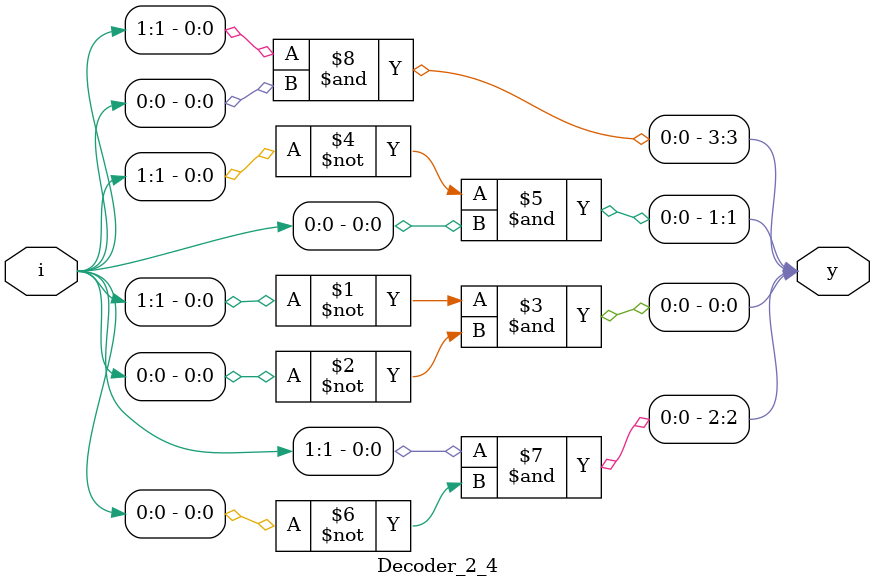
<source format=v>
`timescale 1ns / 1ps


module Decoder_2_4(
input [1:0] i,
output [3:0] y
);

assign y[0] = ~i[1]&~i[0];
assign y[1] = ~i[1]&i[0];
assign y[2] = i[1]&~i[0];
assign y[3] = i[1]&i[0];

endmodule

</source>
